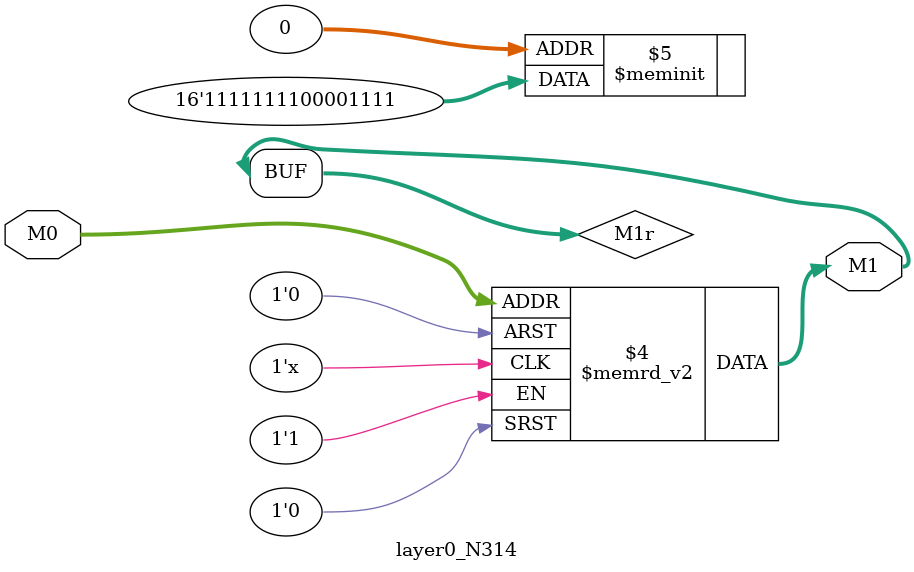
<source format=v>
module layer0_N314 ( input [2:0] M0, output [1:0] M1 );

	(*rom_style = "distributed" *) reg [1:0] M1r;
	assign M1 = M1r;
	always @ (M0) begin
		case (M0)
			3'b000: M1r = 2'b11;
			3'b100: M1r = 2'b11;
			3'b010: M1r = 2'b00;
			3'b110: M1r = 2'b11;
			3'b001: M1r = 2'b11;
			3'b101: M1r = 2'b11;
			3'b011: M1r = 2'b00;
			3'b111: M1r = 2'b11;

		endcase
	end
endmodule

</source>
